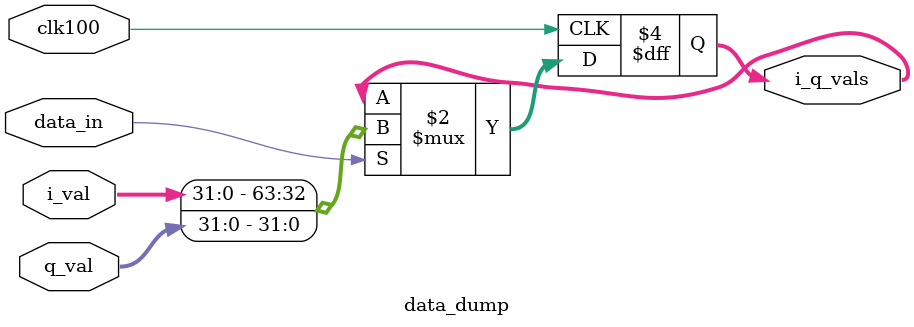
<source format=v>

module bin_binary_search(
    input clk100,
    input data_in,
    input [31:0] value,
    input [5:0] num_bins, // value must be in range 1-63 
    input [15:0] bin_width,    
    
    output reg binned, // boolean that outputs 1 when value has been binned
    output reg [5:0] current); // contains value bin when binned=1 (in range 0 to num_bins, 63 if out of range)
    
    reg [5:0] max; // max possible bin value
    reg [5:0] min; // max possible bin value
    reg [31:0] bin_value; // current bin value we are comparing to
    
    always @(posedge clk100) begin
        if(data_in) begin //
            max <= num_bins;
            min <= 6'b0;
            current <= num_bins>>1; // start at middle of range
            binned <= 0;
            
            while(!binned) begin
                bin_value <= current*bin_width;
                
                // value falls right on bin boundary
                if(value == bin_value) begin
                    binned <= 1;
                end
                // boundaries have converged to bin
                else if(max == min + 1) begin
                    binned <= 1;
                    current <= min;
                end
                // value in smaller bin
                else if(value < bin_value) begin
                    if(current == min) begin // value outside of binning range
                        current <= 6'b111111;
                        binned <= 1;
                    end
                    else begin 
                        max <= current; // set new maximum boundary
                        current <= current >> 1; // divide current by 2
                    end
                end
                // value in current or larger bin
                else begin
                    if(current == max) begin // value outside of binning range
                        current <= 6'b111111;
                        binned <= 1;
                    end
                    else begin 
                        min <= current; // set new minimum boundary
                        current <= (max - current) >> 1;
                    end
                end
            end 
        end
    end

endmodule

// counts streaming bin vals to output constructed histogram to computer
module hist2d_construct(

);

endmodule

// create 2d histogram of specified # bins, as data comes in
module hist2d(
    // dynamic input
    input clk100,
    input data_in,
    input [31:0] i_val, q_val,
    
    // static input (from config)
    input [4:0] i_bin_num, q_bin_num, // number of bins along each axis (value must be in range 1-63)
    input [15:0] i_bin_width, q_bin_width, // width of a bin along a given axis
    input signed [15:0] i_min, q_min, // bin origin
    input stream_mode, // 1 to output bin coords as they come in, 0 to construct histogram and then stream
    
    output reg valid_output, // boolean - 1 indicates valid data is on output lines
    output reg [5:0] i_bin_coord, // can have up to 63 bins along i direction (64th bin counts # outside range) 
    output reg [5:0] q_bin_coord, // can have up to 63 bins along q direction (64th bin counts # outside range) 
    output reg [15:0] bin_val); // total number of binnable values is 65536
    
    wire i_bin_found; // boolean: 1 when bin # for i data pt is found
    wire [5:0] i_bin_val;
    
    reg i_val_stored; // boolean: 1 when i bin val for current data point is saved
    reg q_val_stored; // boolean: 1 when q bin val for current data point is saved 
    
    wire q_bin_found; // boolean: 1 when bin # for q data pt is found
    wire [5:0] q_bin_val;

    always @(posedge clk100) begin
        if(data_in) begin // reset values for new data input
            
        end
        
        if(i_bin_found) begin
            if(stream_mode) begin
                i_bin_coord <= i_bin_val;
                i_val_stored <= 1;
            end
        end
        if(q_bin_found) begin
            if(stream_mode) begin
                q_bin_coord <= q_bin_val;
                q_val_stored <= 1;
            end
        end
        if(i_val_stored && q_val_stored) valid_output <= 1;
        
    end
    
    // perform binary search along i axis
    bin_binary_search i_search(.clk100(clk100), .data_in(data_in), .value(i_val), .num_bins(i_bin_num), .bin_width(i_bin_width), .binned(i_bin_found), .current(i_bin_val));
    
    // perform binary search along i axis
    bin_binary_search q_search(.clk100(clk100), .data_in(data_in), .value(q_val), .num_bins(q_bin_num), .bin_width(q_bin_width), .binned(q_bin_found), .current(q_bin_val));
    

endmodule // hist2d

// perform linear classification of data points
module classify(
    input clk100,
    input data_in, // indicates if new i,q data is coming in 
    input signed [31:0] i_val, q_val, // pt to be classified
    input signed [31:0] i_pt_line, q_pt_line, // pt on classification line
    // vector from origin with slope perpendicular to line, pts in direction of excited state
    input signed [31:0] i_vec_perp, q_vec_perp,

    // classified state of input 
    output reg [1:0] state);
    
    reg signed [31:0] i_vec_pt, q_vec_pt; // vector from origin to pt to classify

    reg signed [63:0] dot_product;

    // output state parameters
    parameter GROUND_STATE = 2'b01;
    parameter EXCITED_STATE = 2'b10;
    parameter CLASSIFY_LINE = 2'b11;

    always @(posedge clk100) begin
        if(data_in) begin
            i_vec_pt <= i_val - i_pt_line;
            q_vec_pt <= q_val - q_pt_line;

            // basic implementation, can be improved by looking just at signs/with tricks
            dot_product <= i_vec_pt*i_vec_perp + q_vec_pt*q_vec_perp;

            // EXCITED STATE CLASSIFICATION
            if(dot_product>0) state <= EXCITED_STATE;
            // GROUND STATE CLASSIFICATION
            else if (dot_product<0) state <= GROUND_STATE;
            // PT ON CLASSIFICATION LINE
            else state <= CLASSIFY_LINE;
        end
    end

endmodule // classify

module analyze_fsm(
    input clk100,
    input [1:0] analyze_mode, // fsm state
    
    // i-q data parameters
    input data_in,
    input [31:0] i_val, q_val,

    // histogram inputs 
    input [3:0] x_bin, y_bin,

    // classification inputs
    input signed [31:0] i_vec_perp, q_vec_perp,
    input signed [31:0] i_pt_line, q_pt_line, 

    // output data and mode
    output [1:0] output_mode,
    output reg [63:0] output_channels);

    wire [1:0] state = analyze_mode;

    // define states
    parameter DATA_DUMP_MODE = 2'b00;
    parameter CLASSIFY_MODE = 2'b01;
    parameter HIST2D_MODE = 2'b11;

    // for reading output of different modules
    wire [63:0] read_classify;
    wire [63:0] read_hist2d;

    // analysis FSM
    always @(posedge clk100) begin
        output_mode <= state;
        case(state)
            DATA_DUMP_MODE: begin
                if (data_in) output_channels <= {i_val, q_val};
            end // DATA_DUMP_MODE

            CLASSIFY_MODE: begin
                output_channels <= read_classify;
            end // CLASSIFY_MODE

            HIST2D_MODE: begin
                output_channels <= read_hist2d;
            end // HIST2D_MODE

            default: output_channels <= 64'b0; 

        endcase
    end
    
    // instantiate analysis modules
    //hist2d hist(.clk100(clk100),);

    classify lin_class(.clk100(clk100), .data_in(data_in), .i_val(i_val), .q_val(q_val), 
                   .i_pt_line(i_pt_line), .q_pt_line(q_pt_line), .i_vec_perp(i_vec_perp), 
                   .q_vec_perp(q_vec_perp),.state(read_classify));

endmodule // analyze_fsm


// REDUNDANT data dump module (NOT USED)
module data_dump(
    input clk100, // clock
    input data_in, // indicates if new i,q data is coming in 
    input [31:0] i_val, q_val,

    output [63:0] i_q_vals);

    always @(posedge clk100) begin
        if(data_in) begin
            i_q_vals <= {i_val,q_val};
        end
    end

endmodule // data_dump
</source>
